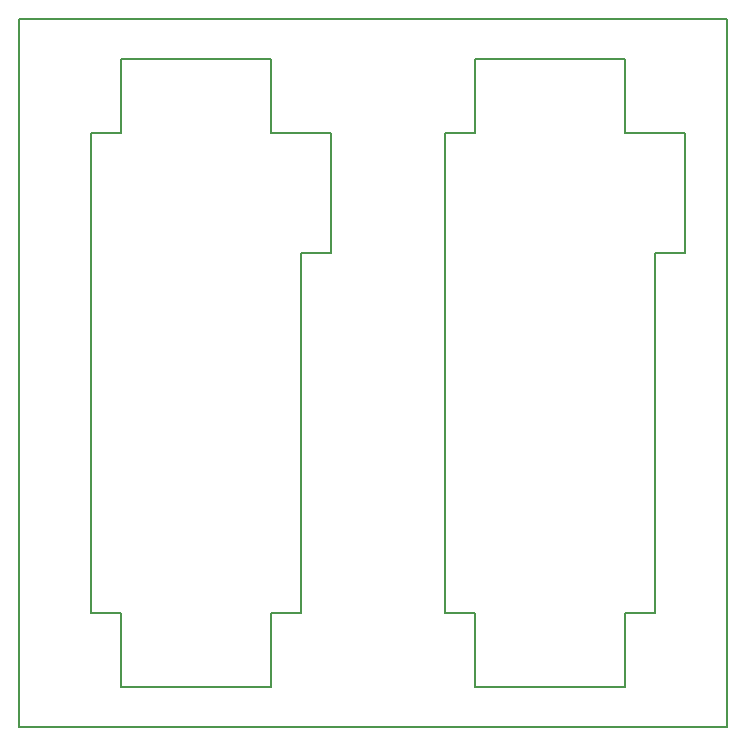
<source format=gbr>
G04 #@! TF.GenerationSoftware,KiCad,Pcbnew,(5.0.0-rc2-dev-111-gc69db6c)*
G04 #@! TF.CreationDate,2018-03-20T00:35:28-07:00*
G04 #@! TF.ProjectId,Feather_Trellis,466561746865725F5472656C6C69732E,rev?*
G04 #@! TF.SameCoordinates,Original*
G04 #@! TF.FileFunction,Profile,NP*
%FSLAX46Y46*%
G04 Gerber Fmt 4.6, Leading zero omitted, Abs format (unit mm)*
G04 Created by KiCad (PCBNEW (5.0.0-rc2-dev-111-gc69db6c)) date Tuesday, March 20, 2018 at 12:35:28 AM*
%MOMM*%
%LPD*%
G01*
G04 APERTURE LIST*
%ADD10C,0.150000*%
G04 APERTURE END LIST*
D10*
X126110000Y-80320000D02*
X126110000Y-39680000D01*
X128650000Y-80320000D02*
X126110000Y-80320000D01*
X128650000Y-86600000D02*
X128650000Y-80320000D01*
X141350000Y-86600000D02*
X128650000Y-86600000D01*
X141350000Y-80320000D02*
X141350000Y-86600000D01*
X143890000Y-80320000D02*
X141350000Y-80320000D01*
X143890000Y-49840000D02*
X143890000Y-80320000D01*
X146430000Y-49840000D02*
X143890000Y-49840000D01*
X146430000Y-39680000D02*
X146430000Y-49840000D01*
X141350000Y-39680000D02*
X146430000Y-39680000D01*
X141350000Y-33400000D02*
X141350000Y-39680000D01*
X128650000Y-33400000D02*
X141350000Y-33400000D01*
X128650000Y-39680000D02*
X128650000Y-33400000D01*
X126110000Y-39680000D02*
X128650000Y-39680000D01*
X96110000Y-80320000D02*
X96110000Y-39680000D01*
X98650000Y-80320000D02*
X96110000Y-80320000D01*
X98650000Y-86600000D02*
X98650000Y-80320000D01*
X111350000Y-86600000D02*
X98650000Y-86600000D01*
X111350000Y-80320000D02*
X111350000Y-86600000D01*
X113890000Y-80320000D02*
X111350000Y-80320000D01*
X113890000Y-49840000D02*
X113890000Y-80320000D01*
X116430000Y-49840000D02*
X113890000Y-49840000D01*
X116430000Y-39680000D02*
X116430000Y-49840000D01*
X111350000Y-39680000D02*
X116430000Y-39680000D01*
X111350000Y-33400000D02*
X111350000Y-39680000D01*
X98650000Y-33400000D02*
X111350000Y-33400000D01*
X98650000Y-39680000D02*
X98650000Y-33400000D01*
X96110000Y-39680000D02*
X98650000Y-39680000D01*
X150000000Y-30000000D02*
X90000000Y-30000000D01*
X150000000Y-90000000D02*
X150000000Y-30000000D01*
X90000000Y-90000000D02*
X150000000Y-90000000D01*
X90000000Y-30000000D02*
X90000000Y-90000000D01*
M02*

</source>
